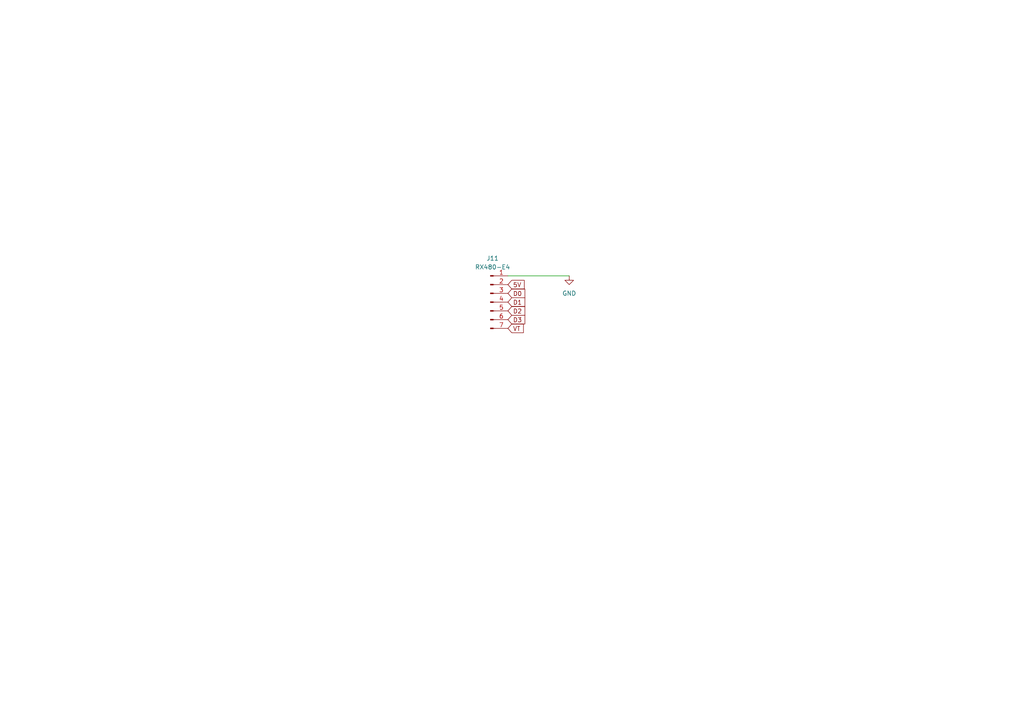
<source format=kicad_sch>
(kicad_sch
	(version 20250114)
	(generator "eeschema")
	(generator_version "9.0")
	(uuid "e4081a51-68fa-4b88-a5d0-7b13501297d6")
	(paper "A4")
	(lib_symbols
		(symbol "Connector:Conn_01x07_Pin"
			(pin_names
				(offset 1.016)
				(hide yes)
			)
			(exclude_from_sim no)
			(in_bom yes)
			(on_board yes)
			(property "Reference" "J"
				(at 0 10.16 0)
				(effects
					(font
						(size 1.27 1.27)
					)
				)
			)
			(property "Value" "Conn_01x07_Pin"
				(at 0 -10.16 0)
				(effects
					(font
						(size 1.27 1.27)
					)
				)
			)
			(property "Footprint" ""
				(at 0 0 0)
				(effects
					(font
						(size 1.27 1.27)
					)
					(hide yes)
				)
			)
			(property "Datasheet" "~"
				(at 0 0 0)
				(effects
					(font
						(size 1.27 1.27)
					)
					(hide yes)
				)
			)
			(property "Description" "Generic connector, single row, 01x07, script generated"
				(at 0 0 0)
				(effects
					(font
						(size 1.27 1.27)
					)
					(hide yes)
				)
			)
			(property "ki_locked" ""
				(at 0 0 0)
				(effects
					(font
						(size 1.27 1.27)
					)
				)
			)
			(property "ki_keywords" "connector"
				(at 0 0 0)
				(effects
					(font
						(size 1.27 1.27)
					)
					(hide yes)
				)
			)
			(property "ki_fp_filters" "Connector*:*_1x??_*"
				(at 0 0 0)
				(effects
					(font
						(size 1.27 1.27)
					)
					(hide yes)
				)
			)
			(symbol "Conn_01x07_Pin_1_1"
				(rectangle
					(start 0.8636 7.747)
					(end 0 7.493)
					(stroke
						(width 0.1524)
						(type default)
					)
					(fill
						(type outline)
					)
				)
				(rectangle
					(start 0.8636 5.207)
					(end 0 4.953)
					(stroke
						(width 0.1524)
						(type default)
					)
					(fill
						(type outline)
					)
				)
				(rectangle
					(start 0.8636 2.667)
					(end 0 2.413)
					(stroke
						(width 0.1524)
						(type default)
					)
					(fill
						(type outline)
					)
				)
				(rectangle
					(start 0.8636 0.127)
					(end 0 -0.127)
					(stroke
						(width 0.1524)
						(type default)
					)
					(fill
						(type outline)
					)
				)
				(rectangle
					(start 0.8636 -2.413)
					(end 0 -2.667)
					(stroke
						(width 0.1524)
						(type default)
					)
					(fill
						(type outline)
					)
				)
				(rectangle
					(start 0.8636 -4.953)
					(end 0 -5.207)
					(stroke
						(width 0.1524)
						(type default)
					)
					(fill
						(type outline)
					)
				)
				(rectangle
					(start 0.8636 -7.493)
					(end 0 -7.747)
					(stroke
						(width 0.1524)
						(type default)
					)
					(fill
						(type outline)
					)
				)
				(polyline
					(pts
						(xy 1.27 7.62) (xy 0.8636 7.62)
					)
					(stroke
						(width 0.1524)
						(type default)
					)
					(fill
						(type none)
					)
				)
				(polyline
					(pts
						(xy 1.27 5.08) (xy 0.8636 5.08)
					)
					(stroke
						(width 0.1524)
						(type default)
					)
					(fill
						(type none)
					)
				)
				(polyline
					(pts
						(xy 1.27 2.54) (xy 0.8636 2.54)
					)
					(stroke
						(width 0.1524)
						(type default)
					)
					(fill
						(type none)
					)
				)
				(polyline
					(pts
						(xy 1.27 0) (xy 0.8636 0)
					)
					(stroke
						(width 0.1524)
						(type default)
					)
					(fill
						(type none)
					)
				)
				(polyline
					(pts
						(xy 1.27 -2.54) (xy 0.8636 -2.54)
					)
					(stroke
						(width 0.1524)
						(type default)
					)
					(fill
						(type none)
					)
				)
				(polyline
					(pts
						(xy 1.27 -5.08) (xy 0.8636 -5.08)
					)
					(stroke
						(width 0.1524)
						(type default)
					)
					(fill
						(type none)
					)
				)
				(polyline
					(pts
						(xy 1.27 -7.62) (xy 0.8636 -7.62)
					)
					(stroke
						(width 0.1524)
						(type default)
					)
					(fill
						(type none)
					)
				)
				(pin passive line
					(at 5.08 7.62 180)
					(length 3.81)
					(name "Pin_1"
						(effects
							(font
								(size 1.27 1.27)
							)
						)
					)
					(number "1"
						(effects
							(font
								(size 1.27 1.27)
							)
						)
					)
				)
				(pin passive line
					(at 5.08 5.08 180)
					(length 3.81)
					(name "Pin_2"
						(effects
							(font
								(size 1.27 1.27)
							)
						)
					)
					(number "2"
						(effects
							(font
								(size 1.27 1.27)
							)
						)
					)
				)
				(pin passive line
					(at 5.08 2.54 180)
					(length 3.81)
					(name "Pin_3"
						(effects
							(font
								(size 1.27 1.27)
							)
						)
					)
					(number "3"
						(effects
							(font
								(size 1.27 1.27)
							)
						)
					)
				)
				(pin passive line
					(at 5.08 0 180)
					(length 3.81)
					(name "Pin_4"
						(effects
							(font
								(size 1.27 1.27)
							)
						)
					)
					(number "4"
						(effects
							(font
								(size 1.27 1.27)
							)
						)
					)
				)
				(pin passive line
					(at 5.08 -2.54 180)
					(length 3.81)
					(name "Pin_5"
						(effects
							(font
								(size 1.27 1.27)
							)
						)
					)
					(number "5"
						(effects
							(font
								(size 1.27 1.27)
							)
						)
					)
				)
				(pin passive line
					(at 5.08 -5.08 180)
					(length 3.81)
					(name "Pin_6"
						(effects
							(font
								(size 1.27 1.27)
							)
						)
					)
					(number "6"
						(effects
							(font
								(size 1.27 1.27)
							)
						)
					)
				)
				(pin passive line
					(at 5.08 -7.62 180)
					(length 3.81)
					(name "Pin_7"
						(effects
							(font
								(size 1.27 1.27)
							)
						)
					)
					(number "7"
						(effects
							(font
								(size 1.27 1.27)
							)
						)
					)
				)
			)
			(embedded_fonts no)
		)
		(symbol "power:GND"
			(power)
			(pin_numbers
				(hide yes)
			)
			(pin_names
				(offset 0)
				(hide yes)
			)
			(exclude_from_sim no)
			(in_bom yes)
			(on_board yes)
			(property "Reference" "#PWR"
				(at 0 -6.35 0)
				(effects
					(font
						(size 1.27 1.27)
					)
					(hide yes)
				)
			)
			(property "Value" "GND"
				(at 0 -3.81 0)
				(effects
					(font
						(size 1.27 1.27)
					)
				)
			)
			(property "Footprint" ""
				(at 0 0 0)
				(effects
					(font
						(size 1.27 1.27)
					)
					(hide yes)
				)
			)
			(property "Datasheet" ""
				(at 0 0 0)
				(effects
					(font
						(size 1.27 1.27)
					)
					(hide yes)
				)
			)
			(property "Description" "Power symbol creates a global label with name \"GND\" , ground"
				(at 0 0 0)
				(effects
					(font
						(size 1.27 1.27)
					)
					(hide yes)
				)
			)
			(property "ki_keywords" "global power"
				(at 0 0 0)
				(effects
					(font
						(size 1.27 1.27)
					)
					(hide yes)
				)
			)
			(symbol "GND_0_1"
				(polyline
					(pts
						(xy 0 0) (xy 0 -1.27) (xy 1.27 -1.27) (xy 0 -2.54) (xy -1.27 -1.27) (xy 0 -1.27)
					)
					(stroke
						(width 0)
						(type default)
					)
					(fill
						(type none)
					)
				)
			)
			(symbol "GND_1_1"
				(pin power_in line
					(at 0 0 270)
					(length 0)
					(name "~"
						(effects
							(font
								(size 1.27 1.27)
							)
						)
					)
					(number "1"
						(effects
							(font
								(size 1.27 1.27)
							)
						)
					)
				)
			)
			(embedded_fonts no)
		)
	)
	(wire
		(pts
			(xy 147.32 80.01) (xy 165.1 80.01)
		)
		(stroke
			(width 0)
			(type default)
		)
		(uuid "2cef74c1-3cea-4421-8b04-d7be637de658")
	)
	(global_label "D2"
		(shape input)
		(at 147.32 90.17 0)
		(fields_autoplaced yes)
		(effects
			(font
				(size 1.27 1.27)
			)
			(justify left)
		)
		(uuid "4c6ca762-1492-43dc-be70-a6ff37ea12bd")
		(property "Intersheetrefs" "${INTERSHEET_REFS}"
			(at 152.7847 90.17 0)
			(effects
				(font
					(size 1.27 1.27)
				)
				(justify left)
				(hide yes)
			)
		)
	)
	(global_label "5V"
		(shape input)
		(at 147.32 82.55 0)
		(fields_autoplaced yes)
		(effects
			(font
				(size 1.27 1.27)
			)
			(justify left)
		)
		(uuid "5408263e-4442-4389-ae3f-39dc202e519f")
		(property "Intersheetrefs" "${INTERSHEET_REFS}"
			(at 152.6033 82.55 0)
			(effects
				(font
					(size 1.27 1.27)
				)
				(justify left)
				(hide yes)
			)
		)
	)
	(global_label "D3"
		(shape input)
		(at 147.32 92.71 0)
		(fields_autoplaced yes)
		(effects
			(font
				(size 1.27 1.27)
			)
			(justify left)
		)
		(uuid "5e74bb1c-b9cd-4dec-b3e3-b5ade1d6bf76")
		(property "Intersheetrefs" "${INTERSHEET_REFS}"
			(at 152.7847 92.71 0)
			(effects
				(font
					(size 1.27 1.27)
				)
				(justify left)
				(hide yes)
			)
		)
	)
	(global_label "D1"
		(shape input)
		(at 147.32 87.63 0)
		(fields_autoplaced yes)
		(effects
			(font
				(size 1.27 1.27)
			)
			(justify left)
		)
		(uuid "906b6b63-5a29-4d6b-8e0f-c91e8e017bdf")
		(property "Intersheetrefs" "${INTERSHEET_REFS}"
			(at 152.7847 87.63 0)
			(effects
				(font
					(size 1.27 1.27)
				)
				(justify left)
				(hide yes)
			)
		)
	)
	(global_label "VT"
		(shape input)
		(at 147.32 95.25 0)
		(fields_autoplaced yes)
		(effects
			(font
				(size 1.27 1.27)
			)
			(justify left)
		)
		(uuid "9f52dd0f-4f4e-4a87-a812-4c4e7f38aabe")
		(property "Intersheetrefs" "${INTERSHEET_REFS}"
			(at 152.3614 95.25 0)
			(effects
				(font
					(size 1.27 1.27)
				)
				(justify left)
				(hide yes)
			)
		)
	)
	(global_label "D0"
		(shape input)
		(at 147.32 85.09 0)
		(fields_autoplaced yes)
		(effects
			(font
				(size 1.27 1.27)
			)
			(justify left)
		)
		(uuid "eceeb2f3-cbd0-4b15-bb43-8d477ca62f25")
		(property "Intersheetrefs" "${INTERSHEET_REFS}"
			(at 152.7847 85.09 0)
			(effects
				(font
					(size 1.27 1.27)
				)
				(justify left)
				(hide yes)
			)
		)
	)
	(symbol
		(lib_id "power:GND")
		(at 165.1 80.01 0)
		(unit 1)
		(exclude_from_sim no)
		(in_bom yes)
		(on_board yes)
		(dnp no)
		(fields_autoplaced yes)
		(uuid "311d9243-b602-4c3d-9f5d-bf0b80a6ea0b")
		(property "Reference" "#PWR01"
			(at 165.1 86.36 0)
			(effects
				(font
					(size 1.27 1.27)
				)
				(hide yes)
			)
		)
		(property "Value" "GND"
			(at 165.1 85.09 0)
			(effects
				(font
					(size 1.27 1.27)
				)
			)
		)
		(property "Footprint" ""
			(at 165.1 80.01 0)
			(effects
				(font
					(size 1.27 1.27)
				)
				(hide yes)
			)
		)
		(property "Datasheet" ""
			(at 165.1 80.01 0)
			(effects
				(font
					(size 1.27 1.27)
				)
				(hide yes)
			)
		)
		(property "Description" "Power symbol creates a global label with name \"GND\" , ground"
			(at 165.1 80.01 0)
			(effects
				(font
					(size 1.27 1.27)
				)
				(hide yes)
			)
		)
		(pin "1"
			(uuid "104b10dc-4e77-4c3d-b131-3f3d374ea395")
		)
		(instances
			(project ""
				(path "/c7e35edf-6ffe-40dc-9a4f-72db8dbc3769/f0e545b2-54aa-47f6-b9f0-a83b4891e2f6"
					(reference "#PWR01")
					(unit 1)
				)
			)
		)
	)
	(symbol
		(lib_id "Connector:Conn_01x07_Pin")
		(at 142.24 87.63 0)
		(unit 1)
		(exclude_from_sim no)
		(in_bom yes)
		(on_board yes)
		(dnp no)
		(fields_autoplaced yes)
		(uuid "4e8a71be-1e3f-4c87-abaf-785a8f011145")
		(property "Reference" "J11"
			(at 142.875 74.93 0)
			(effects
				(font
					(size 1.27 1.27)
				)
			)
		)
		(property "Value" "RX480-E4"
			(at 142.875 77.47 0)
			(effects
				(font
					(size 1.27 1.27)
				)
			)
		)
		(property "Footprint" "Connector_PinHeader_2.54mm:PinHeader_1x07_P2.54mm_Vertical"
			(at 142.24 87.63 0)
			(effects
				(font
					(size 1.27 1.27)
				)
				(hide yes)
			)
		)
		(property "Datasheet" "~"
			(at 142.24 87.63 0)
			(effects
				(font
					(size 1.27 1.27)
				)
				(hide yes)
			)
		)
		(property "Description" "Generic connector, single row, 01x07, script generated"
			(at 142.24 87.63 0)
			(effects
				(font
					(size 1.27 1.27)
				)
				(hide yes)
			)
		)
		(pin "5"
			(uuid "8916d374-7e00-479f-97f0-69e9417ff1ea")
		)
		(pin "1"
			(uuid "94eedbbe-4448-4fcc-8bcb-1b05c4a664cf")
		)
		(pin "4"
			(uuid "dc5865f1-d128-4a0c-84d7-b9fa3554c030")
		)
		(pin "2"
			(uuid "db12d2ef-26c9-4394-b4f1-91885fcf2ed4")
		)
		(pin "3"
			(uuid "b3e2275f-7657-44fd-b160-55c3074bfb54")
		)
		(pin "7"
			(uuid "7ee50b24-07f4-42e0-a061-3ad652093283")
		)
		(pin "6"
			(uuid "1c085260-0eed-48da-a0c4-1706deaa4cdf")
		)
		(instances
			(project ""
				(path "/c7e35edf-6ffe-40dc-9a4f-72db8dbc3769/f0e545b2-54aa-47f6-b9f0-a83b4891e2f6"
					(reference "J11")
					(unit 1)
				)
			)
		)
	)
)

</source>
